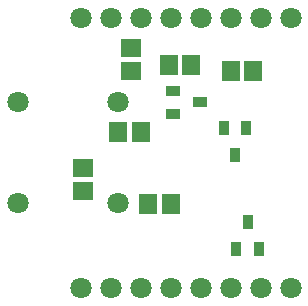
<source format=gbr>
G04 DipTrace 3.2.0.1*
G04 TopMask.gbr*
%MOIN*%
G04 #@! TF.FileFunction,Soldermask,Top*
G04 #@! TF.Part,Single*
%ADD28R,0.059055X0.066929*%
%ADD30R,0.066929X0.059055*%
%ADD32R,0.049213X0.033465*%
%ADD34R,0.033465X0.049213*%
%ADD36C,0.070866*%
%FSLAX26Y26*%
G04*
G70*
G90*
G75*
G01*
G04 TopMask*
%LPD*%
D36*
X801147Y1066370D3*
Y732304D3*
X467081D3*
Y1066370D3*
D34*
X1194856Y578921D3*
X1269659D3*
X1232257Y669472D3*
D32*
X982378Y1103866D3*
Y1029063D3*
X1072929Y1066465D3*
D34*
X1227538Y980504D3*
X1152735D3*
X1190136Y889953D3*
D30*
X844892Y1247601D3*
Y1172798D3*
D28*
X1044682Y1191357D3*
X969879D3*
X1176108Y1172609D3*
X1250911D3*
X876139Y966381D3*
X801336D3*
D30*
X682504Y847549D3*
Y772745D3*
D28*
X976129Y728906D3*
X901325D3*
D36*
X676123Y447638D3*
X776123D3*
X876123D3*
X976123D3*
X1076123D3*
X1176123D3*
X1276123D3*
X1376123D3*
Y1347638D3*
X1276123D3*
X1176123D3*
X1076123D3*
X976123D3*
X876123D3*
X776123D3*
X676123D3*
M02*

</source>
